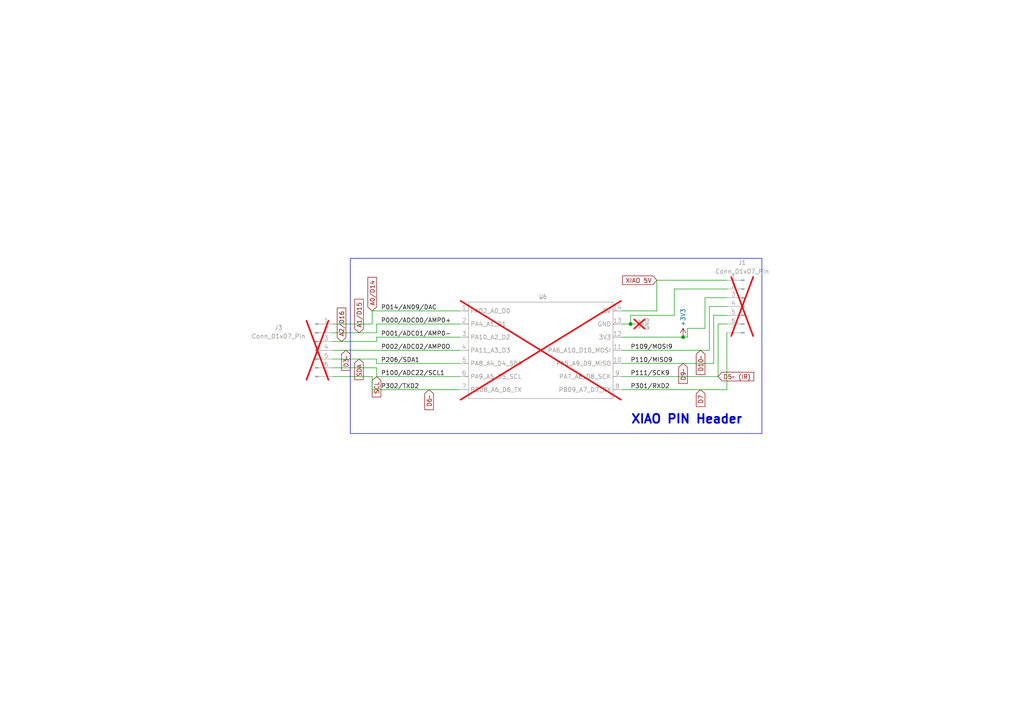
<source format=kicad_sch>
(kicad_sch (version 20250114) (generator "eeschema") (generator_version "9.0")
  (paper "A4")
  (lib_symbols
    (symbol "Connector:Conn_01x07_Pin" (pin_names (offset 1.016) (hide yes))
      (property "Reference" "J" (at 0 10.16 0))
      (property "Value" "Conn_01x07_Pin" (at 0 -10.16 0))
      (symbol "Conn_01x07_Pin_1_1"
        (rectangle (start 0.8636 7.747) (end 0 7.493) (stroke (width 0.1524)) (fill (type outline)))
        (rectangle (start 0.8636 5.207) (end 0 4.953) (stroke (width 0.1524)) (fill (type outline)))
        (rectangle (start 0.8636 2.667) (end 0 2.413) (stroke (width 0.1524)) (fill (type outline)))
        (rectangle (start 0.8636 0.127) (end 0 -0.127) (stroke (width 0.1524)) (fill (type outline)))
        (rectangle (start 0.8636 -2.413) (end 0 -2.667) (stroke (width 0.1524)) (fill (type outline)))
        (rectangle (start 0.8636 -4.953) (end 0 -5.207) (stroke (width 0.1524)) (fill (type outline)))
        (rectangle (start 0.8636 -7.493) (end 0 -7.747) (stroke (width 0.1524)) (fill (type outline)))
        (polyline (pts (xy 1.27 7.62) (xy 0.8636 7.62)) (stroke (width 0.1524)))
        (polyline (pts (xy 1.27 5.08) (xy 0.8636 5.08)) (stroke (width 0.1524)))
        (polyline (pts (xy 1.27 2.54) (xy 0.8636 2.54)) (stroke (width 0.1524)))
        (polyline (pts (xy 1.27 0) (xy 0.8636 0)) (stroke (width 0.1524)))
        (polyline (pts (xy 1.27 -2.54) (xy 0.8636 -2.54)) (stroke (width 0.1524)))
        (polyline (pts (xy 1.27 -5.08) (xy 0.8636 -5.08)) (stroke (width 0.1524)))
        (polyline (pts (xy 1.27 -7.62) (xy 0.8636 -7.62)) (stroke (width 0.1524)))
        (pin passive line (at 5.08 7.62 180) (length 3.81) (name "Pin_1") (number "1"))
        (pin passive line (at 5.08 5.08 180) (length 3.81) (name "Pin_2") (number "2"))
        (pin passive line (at 5.08 2.54 180) (length 3.81) (name "Pin_3") (number "3"))
        (pin passive line (at 5.08 0 180) (length 3.81) (name "Pin_4") (number "4"))
        (pin passive line (at 5.08 -2.54 180) (length 3.81) (name "Pin_5") (number "5"))
        (pin passive line (at 5.08 -5.08 180) (length 3.81) (name "Pin_6") (number "6"))
        (pin passive line (at 5.08 -7.62 180) (length 3.81) (name "Pin_7") (number "7"))
      )
    )
    (symbol "GND_5" (power) (pin_numbers (hide yes)) (pin_names (offset 0) (hide yes))
      (property "Value" "GND" (at 0 -3.81 0))
      (symbol "GND_5_0_1"
        (polyline (pts (xy 0 0) (xy 0 -1.27) (xy 1.27 -1.27) (xy 0 -2.54) (xy -1.27 -1.27) (xy 0 -1.27)))
      )
      (symbol "GND_5_1_1"
        (pin power_in line (at 0 0 270) (length 0) (name "~") (number "1"))
      )
    )
    (symbol "Seeed_libdb:Module/XIAO-HALF-HOLE"
      (property "Reference" "U" (at -21.59 13.97 0))
      (symbol "Module/XIAO-HALF-HOLE_1_0"
        (polyline (pts (xy -21.59 13.97) (xy 20.32 13.97)) (stroke (width 0.1524)))
        (polyline (pts (xy -21.59 11.43) (xy -22.86 11.43)) (stroke (width 0.1524)))
        (polyline (pts (xy -21.59 11.43) (xy -21.59 13.97)) (stroke (width 0.1524)))
        (polyline (pts (xy -21.59 7.62) (xy -22.86 7.62)) (stroke (width 0.1524)))
        (polyline (pts (xy -21.59 7.62) (xy -21.59 11.43)) (stroke (width 0.1524)))
        (polyline (pts (xy -21.59 3.81) (xy -22.86 3.81)) (stroke (width 0.1524)))
        (polyline (pts (xy -21.59 3.81) (xy -21.59 7.62)) (stroke (width 0.1524)))
        (polyline (pts (xy -21.59 0) (xy -22.86 0)) (stroke (width 0.1524)))
        (polyline (pts (xy -21.59 0) (xy -21.59 3.81)) (stroke (width 0.1524)))
        (polyline (pts (xy -21.59 -3.81) (xy -22.86 -3.81)) (stroke (width 0.1524)))
        (polyline (pts (xy -21.59 -7.62) (xy -22.86 -7.62)) (stroke (width 0.1524)))
        (polyline (pts (xy -21.59 -11.43) (xy -22.86 -11.43)) (stroke (width 0.1524)))
        (polyline (pts (xy -21.59 -13.97) (xy -21.59 0)) (stroke (width 0.1524)))
        (polyline (pts (xy 20.32 13.97) (xy 20.32 11.43)) (stroke (width 0.1524)))
        (polyline (pts (xy 20.32 11.43) (xy 20.32 7.62)) (stroke (width 0.1524)))
        (polyline (pts (xy 20.32 7.62) (xy 20.32 3.81)) (stroke (width 0.1524)))
        (polyline (pts (xy 20.32 3.81) (xy 20.32 -13.97)) (stroke (width 0.1524)))
        (polyline (pts (xy 20.32 -13.97) (xy -21.59 -13.97)) (stroke (width 0.1524)))
        (polyline (pts (xy 21.59 11.43) (xy 20.32 11.43)) (stroke (width 0.1524)))
        (polyline (pts (xy 21.59 7.62) (xy 20.32 7.62)) (stroke (width 0.1524)))
        (polyline (pts (xy 21.59 3.81) (xy 20.32 3.81)) (stroke (width 0.1524)))
        (polyline (pts (xy 21.59 0) (xy 20.32 0)) (stroke (width 0.1524)))
        (polyline (pts (xy 21.59 -3.81) (xy 20.32 -3.81)) (stroke (width 0.1524)))
        (polyline (pts (xy 21.59 -7.62) (xy 20.32 -7.62)) (stroke (width 0.1524)))
        (polyline (pts (xy 21.59 -11.43) (xy 20.32 -11.43)) (stroke (width 0.1524)))
        (pin passive line (at -24.13 11.43 0) (length 2.54) (name "PA02_A0_D0") (number "1"))
        (pin passive line (at -24.13 7.62 0) (length 2.54) (name "PA4_A1_D1") (number "2"))
        (pin passive line (at -24.13 3.81 0) (length 2.54) (name "PA10_A2_D2") (number "3"))
        (pin passive line (at -24.13 0 0) (length 2.54) (name "PA11_A3_D3") (number "4"))
        (pin passive line (at -24.13 -3.81 0) (length 2.54) (name "PA8_A4_D4_SDA") (number "5"))
        (pin passive line (at -24.13 -7.62 0) (length 2.54) (name "PA9_A5_D5_SCL") (number "6"))
        (pin passive line (at -24.13 -11.43 0) (length 2.54) (name "PB08_A6_D6_TX") (number "7"))
        (pin passive line (at 22.86 11.43 180) (length 2.54) (name "5V") (number "14"))
        (pin passive line (at 22.86 7.62 180) (length 2.54) (name "GND") (number "13"))
        (pin passive line (at 22.86 3.81 180) (length 2.54) (name "3V3") (number "12"))
        (pin passive line (at 22.86 0 180) (length 2.54) (name "PA6_A10_D10_MOSI") (number "11"))
        (pin passive line (at 22.86 -3.81 180) (length 2.54) (name "PA5_A9_D9_MISO") (number "10"))
        (pin passive line (at 22.86 -7.62 180) (length 2.54) (name "PA7_A8_D8_SCK") (number "9"))
        (pin passive line (at 22.86 -11.43 180) (length 2.54) (name "PB09_A7_D7_RX") (number "8"))
      )
    )
    (symbol "power:+3.3V" (power) (pin_names (offset 0))
      (property "Value" "+3.3V" (at 0 3.556 0))
      (symbol "+3.3V_0_1"
        (polyline (pts (xy -0.762 1.27) (xy 0 2.54)))
        (polyline (pts (xy 0 2.54) (xy 0.762 1.27)))
        (polyline (pts (xy 0 0) (xy 0 2.54)))
      )
      (symbol "+3.3V_1_1"
        (pin power_in line (at 0 0 90) (length 0) (hide yes) (name "+3V3") (number "1"))
      )
    )
  )
  (rectangle (start 101.6 74.93) (end 220.98 125.73))
  (text "XIAO PIN Header" (at 182.88 123.19 0) (effects (font (size 2.54 2.54) (bold yes)) (justify left bottom)))
  (junction (at 198.12 97.79))
  (junction (at 182.88 93.98))
  (wire (pts (xy 109.22 93.98) (xy 133.35 93.98)))
  (wire (pts (xy 180.34 93.98) (xy 182.88 93.98)))
  (wire (pts (xy 180.34 90.17) (xy 190.5 90.17)))
  (wire (pts (xy 190.5 81.28) (xy 210.82 81.28)))
  (wire (pts (xy 180.34 113.03) (xy 210.82 113.03)))
  (wire (pts (xy 195.58 83.82) (xy 210.82 83.82)))
  (wire (pts (xy 190.5 81.28) (xy 190.5 90.17)))
  (wire (pts (xy 182.88 93.98) (xy 182.88 91.44)))
  (wire (pts (xy 109.22 97.79) (xy 133.35 97.79)))
  (wire (pts (xy 109.22 105.41) (xy 133.35 105.41)))
  (wire (pts (xy 210.82 113.03) (xy 210.82 96.52)))
  (wire (pts (xy 109.22 109.22) (xy 133.35 109.22)))
  (wire (pts (xy 107.95 90.17) (xy 133.35 90.17)))
  (wire (pts (xy 107.95 109.22) (xy 96.52 109.22)))
  (wire (pts (xy 96.52 93.98) (xy 107.95 93.98)))
  (wire (pts (xy 204.47 86.36) (xy 210.82 86.36)))
  (wire (pts (xy 208.28 93.98) (xy 208.28 109.22)))
  (wire (pts (xy 204.47 95.25) (xy 204.47 86.36)))
  (wire (pts (xy 109.22 104.14) (xy 109.22 105.41)))
  (wire (pts (xy 109.22 109.22) (xy 109.22 106.68)))
  (wire (pts (xy 205.74 101.6) (xy 205.74 88.9)))
  (wire (pts (xy 107.95 109.22) (xy 107.95 113.03)))
  (wire (pts (xy 199.39 97.79) (xy 198.12 97.79)))
  (wire (pts (xy 205.74 88.9) (xy 210.82 88.9)))
  (wire (pts (xy 180.34 101.6) (xy 205.74 101.6)))
  (wire (pts (xy 207.01 91.44) (xy 210.82 91.44)))
  (wire (pts (xy 107.95 93.98) (xy 107.95 90.17)))
  (wire (pts (xy 182.88 91.44) (xy 195.58 91.44)))
  (wire (pts (xy 96.52 106.68) (xy 109.22 106.68)))
  (wire (pts (xy 180.34 109.22) (xy 208.28 109.22)))
  (wire (pts (xy 207.01 91.44) (xy 207.01 105.41)))
  (wire (pts (xy 107.95 113.03) (xy 133.35 113.03)))
  (wire (pts (xy 182.88 93.98) (xy 184.15 93.98)))
  (wire (pts (xy 109.22 99.06) (xy 109.22 97.79)))
  (wire (pts (xy 199.39 95.25) (xy 204.47 95.25)))
  (wire (pts (xy 96.52 96.52) (xy 109.22 96.52)))
  (wire (pts (xy 208.28 93.98) (xy 210.82 93.98)))
  (wire (pts (xy 199.39 95.25) (xy 199.39 97.79)))
  (wire (pts (xy 96.52 101.6) (xy 133.35 101.6)))
  (wire (pts (xy 198.12 97.79) (xy 180.34 97.79)))
  (wire (pts (xy 96.52 99.06) (xy 109.22 99.06)))
  (wire (pts (xy 195.58 91.44) (xy 195.58 83.82)))
  (wire (pts (xy 109.22 96.52) (xy 109.22 93.98)))
  (wire (pts (xy 180.34 105.41) (xy 207.01 105.41)))
  (wire (pts (xy 96.52 104.14) (xy 109.22 104.14)))
  (label "P000{slash}ADC00{slash}AMP0+" (at 110.49 93.98 0))
  (label "P002{slash}ADC02{slash}AMP0O" (at 110.49 101.6 0))
  (label "P302{slash}TXD2" (at 110.49 113.03 0))
  (label "P111{slash}SCK9" (at 182.88 109.22 0))
  (label "P301{slash}RXD2" (at 182.88 113.03 0))
  (label "P206{slash}SDA1" (at 110.49 105.41 0))
  (label "P100{slash}ADC22{slash}SCL1" (at 110.49 109.22 0))
  (label "P014{slash}AN09{slash}DAC" (at 110.49 90.17 0))
  (label "P001{slash}ADC01{slash}AMP0-" (at 110.49 97.79 0))
  (label "P110{slash}MISO9" (at 182.88 105.41 0))
  (label "P109{slash}MOSI9" (at 182.88 101.6 0))
  (global_label "A1{slash}D15" (shape input) (at 104.14 96.52 90) (property "Intersheetrefs" "${INTERSHEET_REFS}" (effects (hide yes))))
  (global_label "XIAO 5V" (shape input) (at 190.5 81.28 180) (property "Intersheetrefs" "${INTERSHEET_REFS}" (effects (hide yes))))
  (global_label "A2{slash}D16" (shape input) (at 99.06 99.06 90) (property "Intersheetrefs" "${INTERSHEET_REFS}" (effects (hide yes))))
  (global_label "D10~" (shape input) (at 203.2 101.6 270) (property "Intersheetrefs" "${INTERSHEET_REFS}" (effects (hide yes))))
  (global_label "D7" (shape input) (at 203.2 113.03 270) (property "Intersheetrefs" "${INTERSHEET_REFS}" (effects (hide yes))))
  (global_label "D9~" (shape input) (at 198.12 105.41 270) (property "Intersheetrefs" "${INTERSHEET_REFS}" (effects (hide yes))))
  (global_label "D5~ (IR)" (shape input) (at 208.28 109.22 0) (property "Intersheetrefs" "${INTERSHEET_REFS}" (effects (hide yes))))
  (global_label "SDA" (shape input) (at 104.14 104.14 270) (property "Intersheetrefs" "${INTERSHEET_REFS}" (effects (hide yes))))
  (global_label "SCL" (shape input) (at 109.22 109.22 270) (property "Intersheetrefs" "${INTERSHEET_REFS}" (effects (hide yes))))
  (global_label "D6~" (shape input) (at 124.46 113.03 270) (property "Intersheetrefs" "${INTERSHEET_REFS}" (effects (hide yes))))
  (global_label "A0{slash}D14" (shape input) (at 107.95 90.17 90) (property "Intersheetrefs" "${INTERSHEET_REFS}" (effects (hide yes))))
  (global_label "D3~" (shape input) (at 100.33 101.6 270) (property "Intersheetrefs" "${INTERSHEET_REFS}" (effects (hide yes))))
  (symbol (lib_id "Connector:Conn_01x07_Pin") (at 215.9 88.9 0) (mirror y) (unit 1) (dnp yes)
    (property "Reference" "J1" (at 215.265 76.2 0))
    (property "Value" "Conn_01x07_Pin" (at 215.265 78.74 0))
    (property "Footprint" "Connector_PinSocket_2.54mm:PinSocket_1x07_P2.54mm_Vertical" (effects (hide yes)))
    (property "Description" "Generic connector, single row, 01x07, script generated" (effects (hide yes)))
  )
  (symbol (lib_id "Seeed_libdb:Module/XIAO-HALF-HOLE") (at 157.48 101.6 0) (unit 1) (on_board no) (dnp yes)
    (property "Reference" "U6" (at 157.48 86.106 0) (effects (font (size 1.27 1.0795))))
    (property "Value" "~" (at 156.845 86.36 0) (effects (font (size 1.27 1.0795))))
    (property "SKU" "XIAO-HALF-HOLE" (effects (hide yes)))
  )
  (symbol (lib_id "Connector:Conn_01x07_Pin") (at 91.44 101.6 0) (unit 1) (dnp yes)
    (property "Reference" "J3" (at 80.772 94.996 0))
    (property "Value" "Conn_01x07_Pin" (at 80.772 97.536 0))
    (property "Footprint" "Connector_PinSocket_2.54mm:PinSocket_1x07_P2.54mm_Vertical" (effects (hide yes)))
    (property "Description" "Generic connector, single row, 01x07, script generated" (effects (hide yes)))
  )
  (symbol (lib_name "GND_5") (lib_id "power:GND") (at 184.15 93.98 90) (unit 1) (dnp yes)
    (property "Reference" "#PWR07" (effects (hide yes)))
    (property "Value" "GND" (at 187.706 93.98 0) (effects (font (size 1.143 1.143))))
    (property "Description" "Power symbol creates a global label with name \"GND\" , ground" (effects (hide yes)))
  )
  (symbol (lib_id "power:+3.3V") (at 198.12 97.79 0) (unit 1)
    (property "Reference" "#PWR074" (effects (hide yes)))
    (property "Value" "+3V3" (at 198.12 92.075 90))
  )
)
</source>
